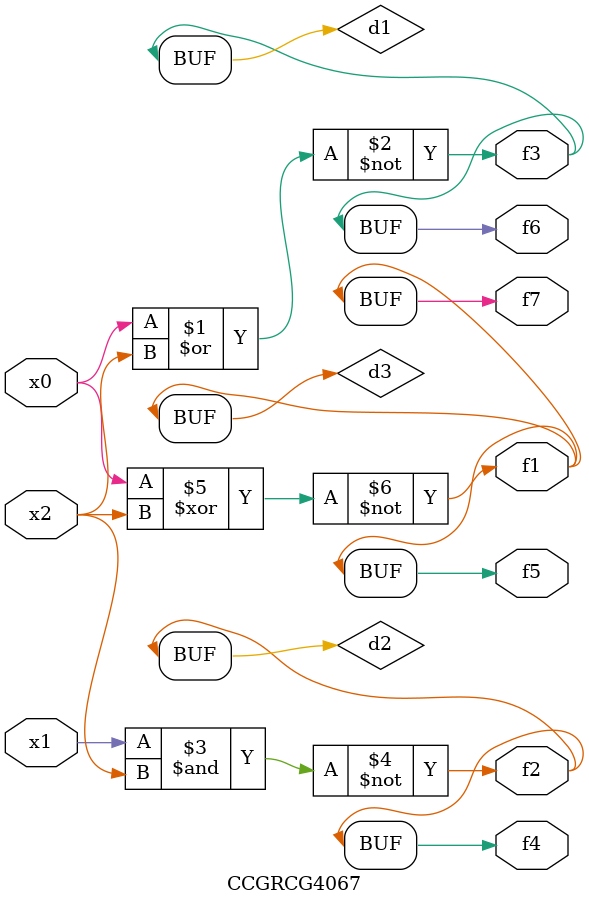
<source format=v>
module CCGRCG4067(
	input x0, x1, x2,
	output f1, f2, f3, f4, f5, f6, f7
);

	wire d1, d2, d3;

	nor (d1, x0, x2);
	nand (d2, x1, x2);
	xnor (d3, x0, x2);
	assign f1 = d3;
	assign f2 = d2;
	assign f3 = d1;
	assign f4 = d2;
	assign f5 = d3;
	assign f6 = d1;
	assign f7 = d3;
endmodule

</source>
